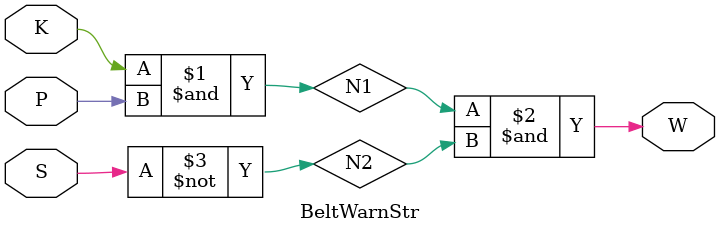
<source format=v>
`timescale 1ns / 1ps
module BeltWarnStr(K, P, S, W);
	input K, P, S;
	output W;
	
	wire N1, N2;
	
	and And_1(N1, K, P);
	not Inv_1(N2, S);
	and And_2(W, N1, N2);

endmodule

</source>
